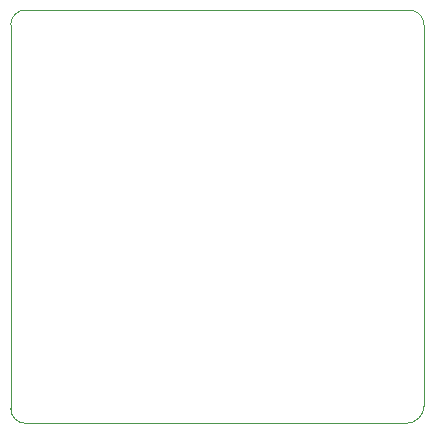
<source format=gbr>
%TF.GenerationSoftware,KiCad,Pcbnew,5.99.0-unknown-ad88874~101~ubuntu20.04.1*%
%TF.CreationDate,2020-05-19T21:45:09-04:00*%
%TF.ProjectId,L6205,4c363230-352e-46b6-9963-61645f706362,rev?*%
%TF.SameCoordinates,Original*%
%TF.FileFunction,Profile,NP*%
%FSLAX46Y46*%
G04 Gerber Fmt 4.6, Leading zero omitted, Abs format (unit mm)*
G04 Created by KiCad (PCBNEW 5.99.0-unknown-ad88874~101~ubuntu20.04.1) date 2020-05-19 21:45:09*
%MOMM*%
%LPD*%
G01*
G04 APERTURE LIST*
%TA.AperFunction,Profile*%
%ADD10C,0.050000*%
%TD*%
G04 APERTURE END LIST*
D10*
X101250000Y-135000000D02*
G75*
G02*
X100000000Y-133750000I0J1250000D01*
G01*
X100000000Y-101250000D02*
G75*
G02*
X101250000Y-100000000I1250000J0D01*
G01*
X135000000Y-133500000D02*
G75*
G02*
X133500000Y-135000000I-1500000J0D01*
G01*
X133750000Y-100000000D02*
G75*
G02*
X135000000Y-101250000I0J-1250000D01*
G01*
X133750000Y-100000000D02*
X101250000Y-100000000D01*
X135000000Y-133500000D02*
X135000000Y-101250000D01*
X101250000Y-135000000D02*
X133500000Y-135000000D01*
X100000000Y-101250000D02*
X100000000Y-133750000D01*
M02*

</source>
